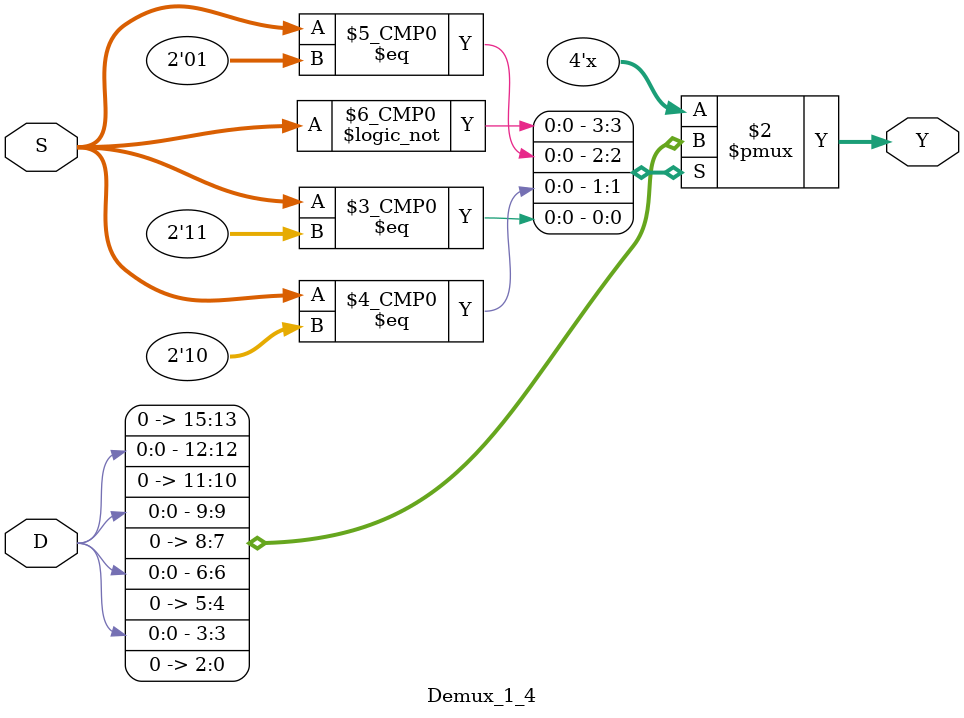
<source format=v>
module Demux_1_4 (D,S,Y);

input [0:0] D;
input [1:0] S;
output reg [3:0] Y;

always @(D,S) begin
    
    case (S)
        'b00: {Y[3],Y[2],Y[1],Y[0]}  = {3'b000,D};
        'b01: {Y[3],Y[2],Y[1],Y[0]}  = {2'b00,D,1'b0};
        'b10: {Y[3],Y[2],Y[1],Y[0]}  = {1'b0,D,2'b00};
        'b11: {Y[3],Y[2],Y[1],Y[0]}  = {D,3'b000};
    endcase
    
end    
endmodule
</source>
